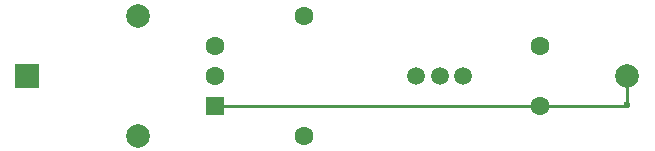
<source format=gbr>
G04 #@! TF.FileFunction,Copper,L2,Bot,Signal*
%FSLAX46Y46*%
G04 Gerber Fmt 4.6, Leading zero omitted, Abs format (unit mm)*
G04 Created by KiCad (PCBNEW 4.0.1-stable) date 2017/10/27 20:21:07*
%MOMM*%
G01*
G04 APERTURE LIST*
%ADD10C,0.100000*%
%ADD11R,2.000000X2.000000*%
%ADD12C,2.000000*%
%ADD13C,1.600000*%
%ADD14C,1.500000*%
%ADD15R,1.600000X1.600000*%
%ADD16C,0.600000*%
%ADD17C,0.250000*%
G04 APERTURE END LIST*
D10*
D11*
X141600000Y-116000000D03*
D12*
X192400000Y-116000000D03*
D13*
X185000000Y-113460000D03*
X185000000Y-118540000D03*
D12*
X151000000Y-121080000D03*
X151000000Y-110920000D03*
D13*
X165000000Y-110920000D03*
X165000000Y-121080000D03*
D14*
X174500000Y-116000000D03*
X176500000Y-116000000D03*
X178500000Y-116000000D03*
D15*
X157500000Y-118540000D03*
D13*
X157500000Y-116000000D03*
X157500000Y-113460000D03*
D16*
X192400000Y-118500000D03*
D17*
X192400000Y-116000000D02*
X192400000Y-118500000D01*
X192400000Y-118500000D02*
X192400000Y-118540000D01*
X185000000Y-118540000D02*
X192400000Y-118540000D01*
X157500000Y-118540000D02*
X185000000Y-118540000D01*
M02*

</source>
